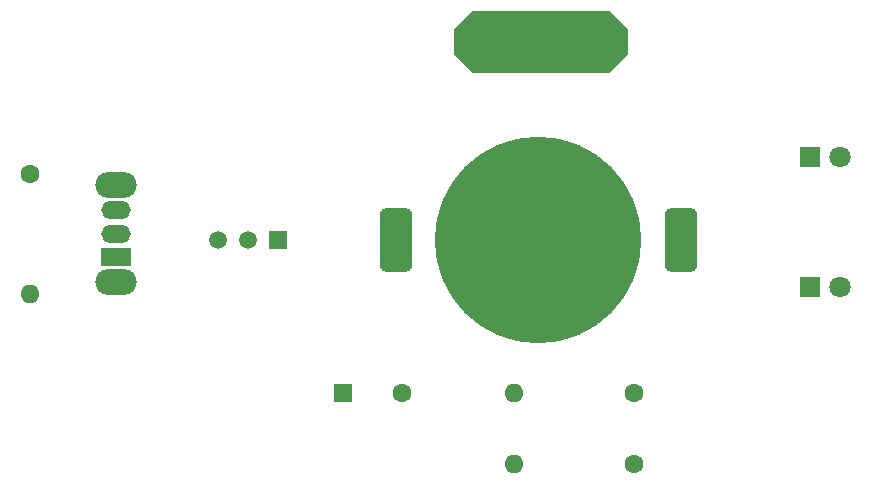
<source format=gbr>
%TF.GenerationSoftware,KiCad,Pcbnew,9.0.4*%
%TF.CreationDate,2026-01-28T21:56:10-05:00*%
%TF.ProjectId,learn_to_solder,6c656172-6e5f-4746-9f5f-736f6c646572,rev?*%
%TF.SameCoordinates,Original*%
%TF.FileFunction,Soldermask,Bot*%
%TF.FilePolarity,Negative*%
%FSLAX46Y46*%
G04 Gerber Fmt 4.6, Leading zero omitted, Abs format (unit mm)*
G04 Created by KiCad (PCBNEW 9.0.4) date 2026-01-28 21:56:10*
%MOMM*%
%LPD*%
G01*
G04 APERTURE LIST*
G04 Aperture macros list*
%AMRoundRect*
0 Rectangle with rounded corners*
0 $1 Rounding radius*
0 $2 $3 $4 $5 $6 $7 $8 $9 X,Y pos of 4 corners*
0 Add a 4 corners polygon primitive as box body*
4,1,4,$2,$3,$4,$5,$6,$7,$8,$9,$2,$3,0*
0 Add four circle primitives for the rounded corners*
1,1,$1+$1,$2,$3*
1,1,$1+$1,$4,$5*
1,1,$1+$1,$6,$7*
1,1,$1+$1,$8,$9*
0 Add four rect primitives between the rounded corners*
20,1,$1+$1,$2,$3,$4,$5,0*
20,1,$1+$1,$4,$5,$6,$7,0*
20,1,$1+$1,$6,$7,$8,$9,0*
20,1,$1+$1,$8,$9,$2,$3,0*%
%AMOutline5P*
0 Free polygon, 5 corners , with rotation*
0 The origin of the aperture is its center*
0 number of corners: always 5*
0 $1 to $10 corner X, Y*
0 $11 Rotation angle, in degrees counterclockwise*
0 create outline with 5 corners*
4,1,5,$1,$2,$3,$4,$5,$6,$7,$8,$9,$10,$1,$2,$11*%
%AMOutline6P*
0 Free polygon, 6 corners , with rotation*
0 The origin of the aperture is its center*
0 number of corners: always 6*
0 $1 to $12 corner X, Y*
0 $13 Rotation angle, in degrees counterclockwise*
0 create outline with 6 corners*
4,1,6,$1,$2,$3,$4,$5,$6,$7,$8,$9,$10,$11,$12,$1,$2,$13*%
%AMOutline7P*
0 Free polygon, 7 corners , with rotation*
0 The origin of the aperture is its center*
0 number of corners: always 7*
0 $1 to $14 corner X, Y*
0 $15 Rotation angle, in degrees counterclockwise*
0 create outline with 7 corners*
4,1,7,$1,$2,$3,$4,$5,$6,$7,$8,$9,$10,$11,$12,$13,$14,$1,$2,$15*%
%AMOutline8P*
0 Free polygon, 8 corners , with rotation*
0 The origin of the aperture is its center*
0 number of corners: always 8*
0 $1 to $16 corner X, Y*
0 $17 Rotation angle, in degrees counterclockwise*
0 create outline with 8 corners*
4,1,8,$1,$2,$3,$4,$5,$6,$7,$8,$9,$10,$11,$12,$13,$14,$15,$16,$1,$2,$17*%
G04 Aperture macros list end*
%ADD10Outline8P,-7.350000X1.035000X-5.797500X2.587500X5.797500X2.587500X7.350000X1.035000X7.350000X-1.035000X5.797500X-2.587500X-5.797500X-2.587500X-7.350000X-1.035000X0.000000*%
%ADD11R,1.800000X1.800000*%
%ADD12C,1.800000*%
%ADD13O,3.500000X2.200000*%
%ADD14R,2.500000X1.500000*%
%ADD15O,2.500000X1.500000*%
%ADD16R,1.600000X1.600000*%
%ADD17C,1.600000*%
%ADD18O,1.600000X1.600000*%
%ADD19R,1.500000X1.500000*%
%ADD20C,1.500000*%
%ADD21RoundRect,0.687500X0.687500X2.062500X-0.687500X2.062500X-0.687500X-2.062500X0.687500X-2.062500X0*%
%ADD22C,17.500000*%
G04 APERTURE END LIST*
D10*
%TO.C,REF\u002A\u002A*%
X130250000Y-59250000D03*
%TD*%
D11*
%TO.C,D1*%
X153000000Y-80000000D03*
D12*
X155540000Y-80000000D03*
%TD*%
D13*
%TO.C,SW1*%
X94297500Y-79600000D03*
X94297500Y-71400000D03*
D14*
X94297500Y-77500000D03*
D15*
X94297500Y-75500000D03*
X94297500Y-73500000D03*
%TD*%
D16*
%TO.C,R2*%
X113500000Y-89000000D03*
D17*
X118500000Y-89000000D03*
%TD*%
%TO.C,R1*%
X87000000Y-70420000D03*
D18*
X87000000Y-80580000D03*
%TD*%
D17*
%TO.C,R4*%
X138080000Y-89000000D03*
D18*
X127920000Y-89000000D03*
%TD*%
D17*
%TO.C,R3*%
X138080000Y-95000000D03*
D18*
X127920000Y-95000000D03*
%TD*%
D11*
%TO.C,D2*%
X153000000Y-69000000D03*
D12*
X155540000Y-69000000D03*
%TD*%
D19*
%TO.C,Q1*%
X108000000Y-76000000D03*
D20*
X105460000Y-76000000D03*
X102920000Y-76000000D03*
%TD*%
D21*
%TO.C,BT1*%
X142065000Y-76000000D03*
X117935000Y-76000000D03*
D22*
X130000000Y-76000000D03*
%TD*%
M02*

</source>
